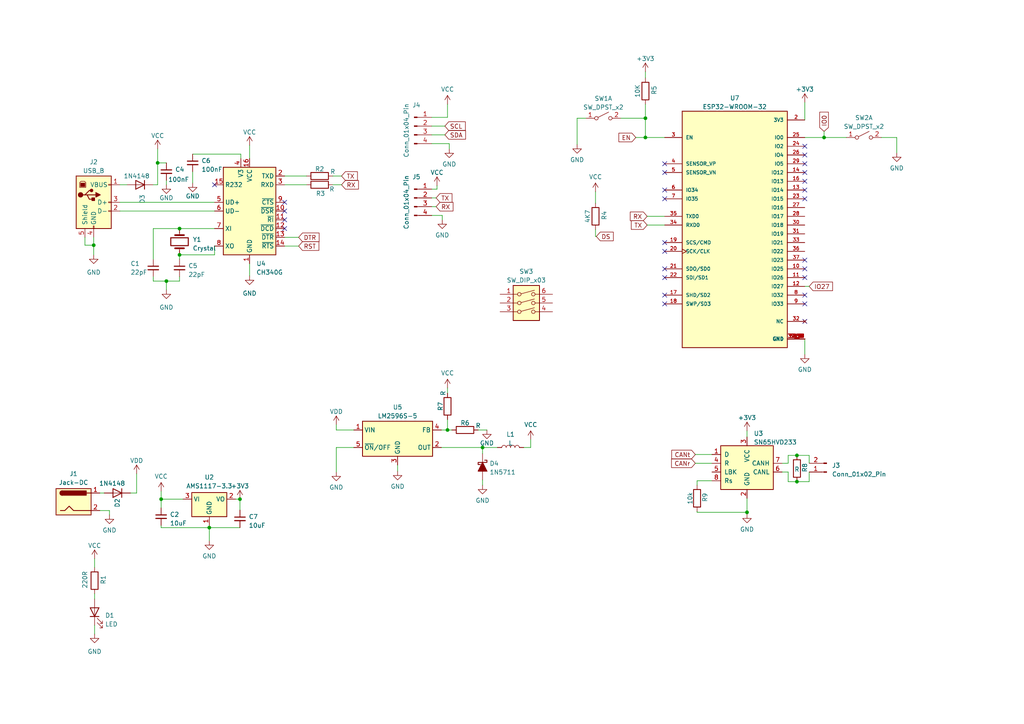
<source format=kicad_sch>
(kicad_sch (version 20230121) (generator eeschema)
  (paper "A4")
  (lib_symbols
    (symbol "Connector:Conn_01x02_Pin" (pin_names (offset 1.016) hide)
      (property "Reference" "J" (at 0 2.54 0))
      (property "Value" "Conn_01x02_Pin" (at 0 -5.08 0))
      (symbol "Conn_01x02_Pin_1_1"
        (polyline (pts (xy 1.27 -2.54) (xy 0.8636 -2.54)) (stroke (width 0.1524)))
        (polyline (pts (xy 1.27 0) (xy 0.8636 0)) (stroke (width 0.1524)))
        (rectangle (start 0.8636 -2.413) (end 0 -2.667) (stroke (width 0.1524)) (fill (type outline)))
        (rectangle (start 0.8636 0.127) (end 0 -0.127) (stroke (width 0.1524)) (fill (type outline)))
        (pin passive line (at 5.08 0 180) (length 3.81) (name "Pin_1") (number "1"))
        (pin passive line (at 5.08 -2.54 180) (length 3.81) (name "Pin_2") (number "2"))
      )
    )
    (symbol "Connector:Conn_01x04_Pin" (pin_names (offset 1.016) hide)
      (property "Reference" "J" (at 0 5.08 0))
      (property "Value" "Conn_01x04_Pin" (at 0 -7.62 0))
      (symbol "Conn_01x04_Pin_1_1"
        (polyline (pts (xy 1.27 -5.08) (xy 0.8636 -5.08)) (stroke (width 0.1524)))
        (polyline (pts (xy 1.27 -2.54) (xy 0.8636 -2.54)) (stroke (width 0.1524)))
        (polyline (pts (xy 1.27 0) (xy 0.8636 0)) (stroke (width 0.1524)))
        (polyline (pts (xy 1.27 2.54) (xy 0.8636 2.54)) (stroke (width 0.1524)))
        (rectangle (start 0.8636 -4.953) (end 0 -5.207) (stroke (width 0.1524)) (fill (type outline)))
        (rectangle (start 0.8636 -2.413) (end 0 -2.667) (stroke (width 0.1524)) (fill (type outline)))
        (rectangle (start 0.8636 0.127) (end 0 -0.127) (stroke (width 0.1524)) (fill (type outline)))
        (rectangle (start 0.8636 2.667) (end 0 2.413) (stroke (width 0.1524)) (fill (type outline)))
        (pin passive line (at 5.08 2.54 180) (length 3.81) (name "Pin_1") (number "1"))
        (pin passive line (at 5.08 0 180) (length 3.81) (name "Pin_2") (number "2"))
        (pin passive line (at 5.08 -2.54 180) (length 3.81) (name "Pin_3") (number "3"))
        (pin passive line (at 5.08 -5.08 180) (length 3.81) (name "Pin_4") (number "4"))
      )
    )
    (symbol "Connector:Jack-DC" (pin_names (offset 1.016))
      (property "Reference" "J" (at 0 5.334 0))
      (property "Value" "Jack-DC" (at 0 -5.08 0))
      (symbol "Jack-DC_0_1"
        (rectangle (start -5.08 3.81) (end 5.08 -3.81) (stroke (width 0.254)) (fill (type background)))
        (arc (start -3.302 3.175) (mid -3.9343 2.54) (end -3.302 1.905) (stroke (width 0.254)))
        (arc (start -3.302 3.175) (mid -3.9343 2.54) (end -3.302 1.905) (stroke (width 0.254)) (fill (type outline)))
        (polyline (pts (xy 5.08 2.54) (xy 3.81 2.54)) (stroke (width 0.254)))
        (polyline (pts (xy -3.81 -2.54) (xy -2.54 -2.54) (xy -1.27 -1.27) (xy 0 -2.54) (xy 2.54 -2.54) (xy 5.08 -2.54)) (stroke (width 0.254)))
        (rectangle (start 3.683 3.175) (end -3.302 1.905) (stroke (width 0.254)) (fill (type outline)))
      )
      (symbol "Jack-DC_1_1"
        (pin passive line (at 7.62 2.54 180) (length 2.54) (name "~") (number "1"))
        (pin passive line (at 7.62 -2.54 180) (length 2.54) (name "~") (number "2"))
      )
    )
    (symbol "Connector:USB_B" (pin_names (offset 1.016))
      (property "Reference" "J" (at -5.08 11.43 0))
      (property "Value" "USB_B" (at -5.08 8.89 0))
      (symbol "USB_B_0_1"
        (rectangle (start -5.08 -7.62) (end 5.08 7.62) (stroke (width 0.254)) (fill (type background)))
        (circle (center -3.81 2.159) (radius 0.635) (stroke (width 0.254)) (fill (type outline)))
        (rectangle (start -3.81 5.588) (end -2.54 4.572) (fill (type outline)))
        (circle (center -0.635 3.429) (radius 0.381) (stroke (width 0.254)) (fill (type outline)))
        (rectangle (start -0.127 -7.62) (end 0.127 -6.858))
        (polyline (pts (xy -1.905 2.159) (xy 0.635 2.159)) (stroke (width 0.254)))
        (polyline (pts (xy -3.175 2.159) (xy -2.54 2.159) (xy -1.27 3.429) (xy -0.635 3.429)) (stroke (width 0.254)))
        (polyline (pts (xy -2.54 2.159) (xy -1.905 2.159) (xy -1.27 0.889) (xy 0 0.889)) (stroke (width 0.254)))
        (polyline (pts (xy 0.635 2.794) (xy 0.635 1.524) (xy 1.905 2.159) (xy 0.635 2.794)) (stroke (width 0.254)) (fill (type outline)))
        (polyline (pts (xy -4.064 4.318) (xy -2.286 4.318) (xy -2.286 5.715) (xy -2.667 6.096) (xy -3.683 6.096) (xy -4.064 5.715) (xy -4.064 4.318)))
        (rectangle (start 0.254 1.27) (end -0.508 0.508) (stroke (width 0.254)) (fill (type outline)))
        (rectangle (start 5.08 -2.667) (end 4.318 -2.413))
        (rectangle (start 5.08 -0.127) (end 4.318 0.127))
        (rectangle (start 5.08 4.953) (end 4.318 5.207))
      )
      (symbol "USB_B_1_1"
        (pin power_out line (at 7.62 5.08 180) (length 2.54) (name "VBUS") (number "1"))
        (pin bidirectional line (at 7.62 -2.54 180) (length 2.54) (name "D-") (number "2"))
        (pin bidirectional line (at 7.62 0 180) (length 2.54) (name "D+") (number "3"))
        (pin power_out line (at 0 -10.16 90) (length 2.54) (name "GND") (number "4"))
        (pin passive line (at -2.54 -10.16 90) (length 2.54) (name "Shield") (number "5"))
      )
    )
    (symbol "Device:C_Small" (pin_numbers hide) (pin_names (offset 0.254) hide)
      (property "Reference" "C" (at 0.254 1.778 0))
      (property "Value" "C_Small" (at 0.254 -2.032 0))
      (symbol "C_Small_0_1"
        (polyline (pts (xy -1.524 -0.508) (xy 1.524 -0.508)) (stroke (width 0.3302)))
        (polyline (pts (xy -1.524 0.508) (xy 1.524 0.508)) (stroke (width 0.3048)))
      )
      (symbol "C_Small_1_1"
        (pin passive line (at 0 2.54 270) (length 2.032) (name "~") (number "1"))
        (pin passive line (at 0 -2.54 90) (length 2.032) (name "~") (number "2"))
      )
    )
    (symbol "Device:Crystal" (pin_numbers hide) (pin_names (offset 1.016) hide)
      (property "Reference" "Y" (at 0 3.81 0))
      (property "Value" "Crystal" (at 0 -3.81 0))
      (symbol "Crystal_0_1"
        (rectangle (start -1.143 2.54) (end 1.143 -2.54) (stroke (width 0.3048)))
        (polyline (pts (xy -2.54 0) (xy -1.905 0)))
        (polyline (pts (xy -1.905 -1.27) (xy -1.905 1.27)) (stroke (width 0.508)))
        (polyline (pts (xy 1.905 -1.27) (xy 1.905 1.27)) (stroke (width 0.508)))
        (polyline (pts (xy 2.54 0) (xy 1.905 0)))
      )
      (symbol "Crystal_1_1"
        (pin passive line (at -3.81 0 0) (length 1.27) (name "1") (number "1"))
        (pin passive line (at 3.81 0 180) (length 1.27) (name "2") (number "2"))
      )
    )
    (symbol "Device:L" (pin_numbers hide) (pin_names (offset 1.016) hide)
      (property "Reference" "L" (at -1.27 0 90))
      (property "Value" "L" (at 1.905 0 90))
      (symbol "L_0_1"
        (arc (start 0 -2.54) (mid 0.6323 -1.905) (end 0 -1.27))
        (arc (start 0 -1.27) (mid 0.6323 -0.635) (end 0 0))
        (arc (start 0 0) (mid 0.6323 0.635) (end 0 1.27))
        (arc (start 0 1.27) (mid 0.6323 1.905) (end 0 2.54))
      )
      (symbol "L_1_1"
        (pin passive line (at 0 3.81 270) (length 1.27) (name "1") (number "1"))
        (pin passive line (at 0 -3.81 90) (length 1.27) (name "2") (number "2"))
      )
    )
    (symbol "Device:LED" (pin_numbers hide) (pin_names (offset 1.016) hide)
      (property "Reference" "D" (at 0 2.54 0))
      (property "Value" "LED" (at 0 -2.54 0))
      (symbol "LED_0_1"
        (polyline (pts (xy -1.27 -1.27) (xy -1.27 1.27)) (stroke (width 0.254)))
        (polyline (pts (xy -1.27 0) (xy 1.27 0)))
        (polyline (pts (xy 1.27 -1.27) (xy 1.27 1.27) (xy -1.27 0) (xy 1.27 -1.27)) (stroke (width 0.254)))
        (polyline (pts (xy -3.048 -0.762) (xy -4.572 -2.286) (xy -3.81 -2.286) (xy -4.572 -2.286) (xy -4.572 -1.524)))
        (polyline (pts (xy -1.778 -0.762) (xy -3.302 -2.286) (xy -2.54 -2.286) (xy -3.302 -2.286) (xy -3.302 -1.524)))
      )
      (symbol "LED_1_1"
        (pin passive line (at -3.81 0 0) (length 2.54) (name "K") (number "1"))
        (pin passive line (at 3.81 0 180) (length 2.54) (name "A") (number "2"))
      )
    )
    (symbol "Device:R" (pin_numbers hide) (pin_names (offset 0))
      (property "Reference" "R" (at 2.032 0 90))
      (property "Value" "R" (at 0 0 90))
      (symbol "R_0_1"
        (rectangle (start -1.016 -2.54) (end 1.016 2.54) (stroke (width 0.254)))
      )
      (symbol "R_1_1"
        (pin passive line (at 0 3.81 270) (length 1.27) (name "~") (number "1"))
        (pin passive line (at 0 -3.81 90) (length 1.27) (name "~") (number "2"))
      )
    )
    (symbol "Diode:1N4148" (pin_numbers hide) (pin_names hide)
      (property "Reference" "D" (at 0 2.54 0))
      (property "Value" "1N4148" (at 0 -2.54 0))
      (symbol "1N4148_0_1"
        (polyline (pts (xy -1.27 1.27) (xy -1.27 -1.27)) (stroke (width 0.254)))
        (polyline (pts (xy 1.27 0) (xy -1.27 0)))
        (polyline (pts (xy 1.27 1.27) (xy 1.27 -1.27) (xy -1.27 0) (xy 1.27 1.27)) (stroke (width 0.254)))
      )
      (symbol "1N4148_1_1"
        (pin passive line (at -3.81 0 0) (length 2.54) (name "K") (number "1"))
        (pin passive line (at 3.81 0 180) (length 2.54) (name "A") (number "2"))
      )
    )
    (symbol "ESP32-WROOM-32:ESP32-WROOM-32" (pin_names (offset 1.016))
      (property "Reference" "U" (at -15.0359 36.6745 0))
      (property "Value" "ESP32-WROOM-32" (at -15.2867 -35.6681 0))
      (symbol "ESP32-WROOM-32_0_0"
        (rectangle (start -15.24 -33.02) (end 15.24 35.56) (stroke (width 0.254)) (fill (type background)))
        (pin power_in line (at 20.32 -30.48 180) (length 5.08) (name "GND") (number "1"))
        (pin bidirectional line (at 20.32 -10.16 180) (length 5.08) (name "IO25") (number "10"))
        (pin bidirectional line (at 20.32 -12.7 180) (length 5.08) (name "IO26") (number "11"))
        (pin bidirectional line (at 20.32 -15.24 180) (length 5.08) (name "IO27") (number "12"))
        (pin bidirectional line (at 20.32 12.7 180) (length 5.08) (name "IO14") (number "13"))
        (pin bidirectional line (at 20.32 17.78 180) (length 5.08) (name "IO12") (number "14"))
        (pin power_in line (at 20.32 -30.48 180) (length 5.08) (name "GND") (number "15"))
        (pin bidirectional line (at 20.32 15.24 180) (length 5.08) (name "IO13") (number "16"))
        (pin bidirectional line (at -20.32 -17.78 0) (length 5.08) (name "SHD/SD2") (number "17"))
        (pin bidirectional line (at -20.32 -20.32 0) (length 5.08) (name "SWP/SD3") (number "18"))
        (pin bidirectional line (at -20.32 -2.54 0) (length 5.08) (name "SCS/CMD") (number "19"))
        (pin power_in line (at 20.32 33.02 180) (length 5.08) (name "3V3") (number "2"))
        (pin bidirectional clock (at -20.32 -5.08 0) (length 5.08) (name "SCK/CLK") (number "20"))
        (pin bidirectional line (at -20.32 -10.16 0) (length 5.08) (name "SDO/SD0") (number "21"))
        (pin bidirectional line (at -20.32 -12.7 0) (length 5.08) (name "SDI/SD1") (number "22"))
        (pin bidirectional line (at 20.32 10.16 180) (length 5.08) (name "IO15") (number "23"))
        (pin bidirectional line (at 20.32 25.4 180) (length 5.08) (name "IO2") (number "24"))
        (pin bidirectional line (at 20.32 27.94 180) (length 5.08) (name "IO0") (number "25"))
        (pin bidirectional line (at 20.32 22.86 180) (length 5.08) (name "IO4") (number "26"))
        (pin bidirectional line (at 20.32 7.62 180) (length 5.08) (name "IO16") (number "27"))
        (pin bidirectional line (at 20.32 5.08 180) (length 5.08) (name "IO17") (number "28"))
        (pin bidirectional line (at 20.32 20.32 180) (length 5.08) (name "IO5") (number "29"))
        (pin input line (at -20.32 27.94 0) (length 5.08) (name "EN") (number "3"))
        (pin bidirectional line (at 20.32 2.54 180) (length 5.08) (name "IO18") (number "30"))
        (pin bidirectional line (at 20.32 0 180) (length 5.08) (name "IO19") (number "31"))
        (pin no_connect line (at 20.32 -25.4 180) (length 5.08) (name "NC") (number "32"))
        (pin bidirectional line (at 20.32 -2.54 180) (length 5.08) (name "IO21") (number "33"))
        (pin bidirectional line (at -20.32 2.54 0) (length 5.08) (name "RXD0") (number "34"))
        (pin bidirectional line (at -20.32 5.08 0) (length 5.08) (name "TXD0") (number "35"))
        (pin bidirectional line (at 20.32 -5.08 180) (length 5.08) (name "IO22") (number "36"))
        (pin bidirectional line (at 20.32 -7.62 180) (length 5.08) (name "IO23") (number "37"))
        (pin power_in line (at 20.32 -30.48 180) (length 5.08) (name "GND") (number "38"))
        (pin power_in line (at 20.32 -30.48 180) (length 5.08) (name "GND") (number "39_1"))
        (pin power_in line (at 20.32 -30.48 180) (length 5.08) (name "GND") (number "39_10"))
        (pin power_in line (at 20.32 -30.48 180) (length 5.08) (name "GND") (number "39_11"))
        (pin power_in line (at 20.32 -30.48 180) (length 5.08) (name "GND") (number "39_12"))
        (pin power_in line (at 20.32 -30.48 180) (length 5.08) (name "GND") (number "39_13"))
        (pin power_in line (at 20.32 -30.48 180) (length 5.08) (name "GND") (number "39_14"))
        (pin power_in line (at 20.32 -30.48 180) (length 5.08) (name "GND") (number "39_15"))
        (pin power_in line (at 20.32 -30.48 180) (length 5.08) (name "GND") (number "39_16"))
        (pin power_in line (at 20.32 -30.48 180) (length 5.08) (name "GND") (number "39_17"))
        (pin power_in line (at 20.32 -30.48 180) (length 5.08) (name "GND") (number "39_18"))
        (pin power_in line (at 20.32 -30.48 180) (length 5.08) (name "GND") (number "39_19"))
        (pin power_in line (at 20.32 -30.48 180) (length 5.08) (name "GND") (number "39_2"))
        (pin power_in line (at 20.32 -30.48 180) (length 5.08) (name "GND") (number "39_20"))
        (pin power_in line (at 20.32 -30.48 180) (length 5.08) (name "GND") (number "39_21"))
        (pin power_in line (at 20.32 -30.48 180) (length 5.08) (name "GND") (number "39_3"))
        (pin power_in line (at 20.32 -30.48 180) (length 5.08) (name "GND") (number "39_4"))
        (pin power_in line (at 20.32 -30.48 180) (length 5.08) (name "GND") (number "39_5"))
        (pin power_in line (at 20.32 -30.48 180) (length 5.08) (name "GND") (number "39_6"))
        (pin power_in line (at 20.32 -30.48 180) (length 5.08) (name "GND") (number "39_7"))
        (pin power_in line (at 20.32 -30.48 180) (length 5.08) (name "GND") (number "39_8"))
        (pin power_in line (at 20.32 -30.48 180) (length 5.08) (name "GND") (number "39_9"))
        (pin input line (at -20.32 20.32 0) (length 5.08) (name "SENSOR_VP") (number "4"))
        (pin input line (at -20.32 17.78 0) (length 5.08) (name "SENSOR_VN") (number "5"))
        (pin input line (at -20.32 12.7 0) (length 5.08) (name "IO34") (number "6"))
        (pin input line (at -20.32 10.16 0) (length 5.08) (name "IO35") (number "7"))
        (pin bidirectional line (at 20.32 -17.78 180) (length 5.08) (name "IO32") (number "8"))
        (pin bidirectional line (at 20.32 -20.32 180) (length 5.08) (name "IO33") (number "9"))
      )
    )
    (symbol "Interface_CAN_LIN:SN65HVD233" (pin_names (offset 1.016))
      (property "Reference" "U" (at -2.54 10.16 0))
      (property "Value" "SN65HVD233" (at -2.54 7.62 0))
      (symbol "SN65HVD233_0_1"
        (rectangle (start -7.62 5.08) (end 7.62 -7.62) (stroke (width 0.254)) (fill (type background)))
      )
      (symbol "SN65HVD233_1_1"
        (pin input line (at -10.16 2.54 0) (length 2.54) (name "D") (number "1"))
        (pin power_in line (at 0 -10.16 90) (length 2.54) (name "GND") (number "2"))
        (pin power_in line (at 0 7.62 270) (length 2.54) (name "VCC") (number "3"))
        (pin output line (at -10.16 0 0) (length 2.54) (name "R") (number "4"))
        (pin input line (at -10.16 -2.54 0) (length 2.54) (name "LBK") (number "5"))
        (pin bidirectional line (at 10.16 -2.54 180) (length 2.54) (name "CANL") (number "6"))
        (pin bidirectional line (at 10.16 0 180) (length 2.54) (name "CANH") (number "7"))
        (pin input line (at -10.16 -5.08 0) (length 2.54) (name "Rs") (number "8"))
      )
    )
    (symbol "Interface_USB:CH340G"
      (property "Reference" "U" (at -5.08 13.97 0))
      (property "Value" "CH340G" (at 1.27 13.97 0))
      (symbol "CH340G_0_1"
        (rectangle (start -7.62 12.7) (end 7.62 -12.7) (stroke (width 0.254)) (fill (type background)))
      )
      (symbol "CH340G_1_1"
        (pin power_in line (at 0 -15.24 90) (length 2.54) (name "GND") (number "1"))
        (pin input line (at 10.16 0 180) (length 2.54) (name "~{DSR}") (number "10"))
        (pin input line (at 10.16 -2.54 180) (length 2.54) (name "~{RI}") (number "11"))
        (pin input line (at 10.16 -5.08 180) (length 2.54) (name "~{DCD}") (number "12"))
        (pin output line (at 10.16 -7.62 180) (length 2.54) (name "~{DTR}") (number "13"))
        (pin output line (at 10.16 -10.16 180) (length 2.54) (name "~{RTS}") (number "14"))
        (pin input line (at -10.16 7.62 0) (length 2.54) (name "R232") (number "15"))
        (pin power_in line (at 0 15.24 270) (length 2.54) (name "VCC") (number "16"))
        (pin output line (at 10.16 10.16 180) (length 2.54) (name "TXD") (number "2"))
        (pin input line (at 10.16 7.62 180) (length 2.54) (name "RXD") (number "3"))
        (pin passive line (at -2.54 15.24 270) (length 2.54) (name "V3") (number "4"))
        (pin bidirectional line (at -10.16 2.54 0) (length 2.54) (name "UD+") (number "5"))
        (pin bidirectional line (at -10.16 0 0) (length 2.54) (name "UD-") (number "6"))
        (pin input line (at -10.16 -5.08 0) (length 2.54) (name "XI") (number "7"))
        (pin output line (at -10.16 -10.16 0) (length 2.54) (name "XO") (number "8"))
        (pin input line (at 10.16 2.54 180) (length 2.54) (name "~{CTS}") (number "9"))
      )
    )
    (symbol "PCM_Diode_Schottky_AKL:1N5711" (pin_numbers hide) (pin_names (offset 1.016) hide)
      (property "Reference" "D" (at 0 5.08 0))
      (property "Value" "1N5711" (at 0 2.54 0))
      (symbol "1N5711_0_1"
        (polyline (pts (xy -1.27 0) (xy 1.27 0)))
        (polyline (pts (xy -1.27 -1.27) (xy -1.27 1.27) (xy 1.27 0) (xy -1.27 -1.27)) (stroke (width 0.254)) (fill (type outline)))
        (polyline (pts (xy 1.905 -0.635) (xy 1.905 -1.27) (xy 1.27 -1.27) (xy 1.27 1.27) (xy 0.635 1.27) (xy 0.635 0.635)) (stroke (width 0.254)))
      )
      (symbol "1N5711_1_1"
        (pin passive line (at 3.81 0 180) (length 2.54) (name "K") (number "1"))
        (pin passive line (at -3.81 0 0) (length 2.54) (name "A") (number "2"))
      )
    )
    (symbol "Regulator_Linear:AMS1117-3.3"
      (property "Reference" "U" (at -3.81 3.175 0))
      (property "Value" "AMS1117-3.3" (at 0 3.175 0))
      (symbol "AMS1117-3.3_0_1"
        (rectangle (start -5.08 -5.08) (end 5.08 1.905) (stroke (width 0.254)) (fill (type background)))
      )
      (symbol "AMS1117-3.3_1_1"
        (pin power_in line (at 0 -7.62 90) (length 2.54) (name "GND") (number "1"))
        (pin power_out line (at 7.62 0 180) (length 2.54) (name "VO") (number "2"))
        (pin power_in line (at -7.62 0 0) (length 2.54) (name "VI") (number "3"))
      )
    )
    (symbol "Regulator_Switching:LM2596S-5"
      (property "Reference" "U" (at -10.16 6.35 0))
      (property "Value" "LM2596S-5" (at 0 6.35 0))
      (symbol "LM2596S-5_0_1"
        (rectangle (start -10.16 5.08) (end 10.16 -5.08) (stroke (width 0.254)) (fill (type background)))
      )
      (symbol "LM2596S-5_1_1"
        (pin power_in line (at -12.7 2.54 0) (length 2.54) (name "VIN") (number "1"))
        (pin output line (at 12.7 -2.54 180) (length 2.54) (name "OUT") (number "2"))
        (pin power_in line (at 0 -7.62 90) (length 2.54) (name "GND") (number "3"))
        (pin input line (at 12.7 2.54 180) (length 2.54) (name "FB") (number "4"))
        (pin input line (at -12.7 -2.54 0) (length 2.54) (name "~{ON}/OFF") (number "5"))
      )
    )
    (symbol "Switch:SW_DIP_x03" (pin_names (offset 0) hide)
      (property "Reference" "SW" (at 0 8.89 0))
      (property "Value" "SW_DIP_x03" (at 0 -3.81 0))
      (symbol "SW_DIP_x03_0_0"
        (circle (center -2.032 0) (radius 0.508))
        (circle (center -2.032 2.54) (radius 0.508))
        (circle (center -2.032 5.08) (radius 0.508))
        (polyline (pts (xy -1.524 0.127) (xy 2.3622 1.1684)))
        (polyline (pts (xy -1.524 2.667) (xy 2.3622 3.7084)))
        (polyline (pts (xy -1.524 5.207) (xy 2.3622 6.2484)))
        (circle (center 2.032 0) (radius 0.508))
        (circle (center 2.032 2.54) (radius 0.508))
        (circle (center 2.032 5.08) (radius 0.508))
      )
      (symbol "SW_DIP_x03_0_1"
        (rectangle (start -3.81 7.62) (end 3.81 -2.54) (stroke (width 0.254)) (fill (type background)))
      )
      (symbol "SW_DIP_x03_1_1"
        (pin passive line (at -7.62 5.08 0) (length 5.08) (name "~") (number "1"))
        (pin passive line (at -7.62 2.54 0) (length 5.08) (name "~") (number "2"))
        (pin passive line (at -7.62 0 0) (length 5.08) (name "~") (number "3"))
        (pin passive line (at 7.62 0 180) (length 5.08) (name "~") (number "4"))
        (pin passive line (at 7.62 2.54 180) (length 5.08) (name "~") (number "5"))
        (pin passive line (at 7.62 5.08 180) (length 5.08) (name "~") (number "6"))
      )
    )
    (symbol "Switch:SW_DPST_x2" (pin_names (offset 0) hide)
      (property "Reference" "SW" (at 0 3.175 0))
      (property "Value" "SW_DPST_x2" (at 0 -2.54 0))
      (symbol "SW_DPST_x2_0_0"
        (circle (center -2.032 0) (radius 0.508))
        (polyline (pts (xy -1.524 0.254) (xy 1.524 1.778)))
        (circle (center 2.032 0) (radius 0.508))
      )
      (symbol "SW_DPST_x2_1_1"
        (pin passive line (at -5.08 0 0) (length 2.54) (name "A") (number "1"))
        (pin passive line (at 5.08 0 180) (length 2.54) (name "B") (number "2"))
      )
      (symbol "SW_DPST_x2_2_1"
        (pin passive line (at -5.08 0 0) (length 2.54) (name "A") (number "3"))
        (pin passive line (at 5.08 0 180) (length 2.54) (name "B") (number "4"))
      )
    )
    (symbol "power:+3V3" (power) (pin_names (offset 0))
      (property "Value" "+3V3" (at 0 3.556 0))
      (symbol "+3V3_0_1"
        (polyline (pts (xy -0.762 1.27) (xy 0 2.54)))
        (polyline (pts (xy 0 0) (xy 0 2.54)))
        (polyline (pts (xy 0 2.54) (xy 0.762 1.27)))
      )
      (symbol "+3V3_1_1"
        (pin power_in line (at 0 0 90) (length 0) hide (name "+3V3") (number "1"))
      )
    )
    (symbol "power:GND" (power) (pin_names (offset 0))
      (property "Value" "GND" (at 0 -3.81 0))
      (symbol "GND_0_1"
        (polyline (pts (xy 0 0) (xy 0 -1.27) (xy 1.27 -1.27) (xy 0 -2.54) (xy -1.27 -1.27) (xy 0 -1.27)))
      )
      (symbol "GND_1_1"
        (pin power_in line (at 0 0 270) (length 0) hide (name "GND") (number "1"))
      )
    )
    (symbol "power:VCC" (power) (pin_names (offset 0))
      (property "Value" "VCC" (at 0 3.81 0))
      (symbol "VCC_0_1"
        (polyline (pts (xy -0.762 1.27) (xy 0 2.54)))
        (polyline (pts (xy 0 0) (xy 0 2.54)))
        (polyline (pts (xy 0 2.54) (xy 0.762 1.27)))
      )
      (symbol "VCC_1_1"
        (pin power_in line (at 0 0 90) (length 0) hide (name "VCC") (number "1"))
      )
    )
    (symbol "power:VDD" (power) (pin_names (offset 0))
      (property "Value" "VDD" (at 0 3.81 0))
      (symbol "VDD_0_1"
        (polyline (pts (xy -0.762 1.27) (xy 0 2.54)))
        (polyline (pts (xy 0 0) (xy 0 2.54)))
        (polyline (pts (xy 0 2.54) (xy 0.762 1.27)))
      )
      (symbol "VDD_1_1"
        (pin power_in line (at 0 0 90) (length 0) hide (name "VDD") (number "1"))
      )
    )
  )
  (junction (at 139.954 129.794))
  (junction (at 48.26 81.534))
  (junction (at 46.736 144.78))
  (junction (at 27.178 71.12))
  (junction (at 216.662 148.59))
  (junction (at 45.72 47.244))
  (junction (at 69.596 144.78))
  (junction (at 187.198 34.29))
  (junction (at 129.794 124.714))
  (junction (at 231.14 132.08))
  (junction (at 231.14 139.7))
  (junction (at 52.07 66.294))
  (junction (at 52.07 73.914))
  (junction (at 60.706 153.035))
  (junction (at 187.198 39.878))
  (junction (at 239.014 39.878))
  (no_connect (at 233.426 88.138))
  (no_connect (at 233.426 80.518))
  (no_connect (at 192.786 50.038))
  (no_connect (at 233.426 52.578))
  (no_connect (at 233.426 85.598))
  (no_connect (at 192.786 70.358))
  (no_connect (at 192.786 47.498))
  (no_connect (at 233.426 47.498))
  (no_connect (at 192.786 57.658))
  (no_connect (at 62.23 53.594))
  (no_connect (at 192.786 88.138))
  (no_connect (at 233.426 57.658))
  (no_connect (at 82.55 63.754))
  (no_connect (at 233.426 50.038))
  (no_connect (at 82.55 58.674))
  (no_connect (at 192.786 55.118))
  (no_connect (at 192.786 80.518))
  (no_connect (at 233.426 44.958))
  (no_connect (at 192.786 72.898))
  (no_connect (at 192.786 77.978))
  (no_connect (at 192.786 85.598))
  (no_connect (at 82.55 61.214))
  (no_connect (at 233.426 77.978))
  (no_connect (at 233.426 55.118))
  (no_connect (at 233.426 93.218))
  (no_connect (at 82.55 66.294))
  (no_connect (at 233.426 42.418))
  (no_connect (at 233.426 75.438))
  (wire (pts (xy 34.798 61.214) (xy 62.23 61.214)))
  (wire (pts (xy 24.638 68.834) (xy 24.638 71.12)))
  (wire (pts (xy 187.198 20.828) (xy 187.198 22.606)))
  (wire (pts (xy 31.75 148.082) (xy 28.956 148.082)))
  (wire (pts (xy 82.55 68.834) (xy 86.614 68.834)))
  (wire (pts (xy 125.222 59.944) (xy 126.492 59.944)))
  (wire (pts (xy 129.794 121.666) (xy 129.794 124.714)))
  (wire (pts (xy 55.88 44.704) (xy 69.85 44.704)))
  (wire (pts (xy 69.85 44.704) (xy 69.85 45.974)))
  (wire (pts (xy 216.662 144.526) (xy 216.662 148.59)))
  (wire (pts (xy 153.924 129.794) (xy 151.892 129.794)))
  (wire (pts (xy 187.706 65.278) (xy 192.786 65.278)))
  (wire (pts (xy 226.822 136.906) (xy 228.6 136.906)))
  (wire (pts (xy 69.596 144.78) (xy 69.596 147.955)))
  (wire (pts (xy 129.794 34.036) (xy 125.222 34.036)))
  (wire (pts (xy 44.45 53.594) (xy 45.72 53.594)))
  (wire (pts (xy 45.72 53.594) (xy 45.72 47.244)))
  (wire (pts (xy 255.651 39.878) (xy 260.096 39.878)))
  (wire (pts (xy 167.386 34.29) (xy 169.926 34.29)))
  (wire (pts (xy 202.184 148.336) (xy 202.184 148.59)))
  (wire (pts (xy 233.426 39.878) (xy 239.014 39.878)))
  (wire (pts (xy 45.72 47.244) (xy 48.26 47.244)))
  (wire (pts (xy 187.198 30.226) (xy 187.198 34.29)))
  (wire (pts (xy 234.696 139.7) (xy 231.14 139.7)))
  (wire (pts (xy 27.178 71.12) (xy 27.178 73.914)))
  (wire (pts (xy 46.736 153.035) (xy 46.736 152.4)))
  (wire (pts (xy 72.39 42.164) (xy 72.39 45.974)))
  (wire (pts (xy 228.6 134.366) (xy 228.6 132.08)))
  (wire (pts (xy 48.26 81.534) (xy 44.45 81.534)))
  (wire (pts (xy 44.45 75.184) (xy 44.45 66.294)))
  (wire (pts (xy 44.45 81.534) (xy 44.45 80.264)))
  (wire (pts (xy 44.45 66.294) (xy 52.07 66.294)))
  (wire (pts (xy 27.432 162.052) (xy 27.432 164.592)))
  (wire (pts (xy 52.07 73.914) (xy 62.23 73.914)))
  (wire (pts (xy 48.26 81.534) (xy 48.26 84.074)))
  (wire (pts (xy 97.536 136.906) (xy 97.536 129.794)))
  (wire (pts (xy 24.638 71.12) (xy 27.178 71.12)))
  (wire (pts (xy 231.14 132.08) (xy 234.696 132.08)))
  (wire (pts (xy 52.07 73.914) (xy 52.07 75.184)))
  (wire (pts (xy 239.014 39.878) (xy 245.491 39.878)))
  (wire (pts (xy 34.798 53.594) (xy 36.83 53.594)))
  (wire (pts (xy 184.404 39.878) (xy 187.198 39.878)))
  (wire (pts (xy 180.086 34.29) (xy 187.198 34.29)))
  (wire (pts (xy 126.746 53.848) (xy 126.746 54.864)))
  (wire (pts (xy 172.974 68.58) (xy 172.72 68.58)))
  (wire (pts (xy 82.55 51.054) (xy 88.9 51.054)))
  (wire (pts (xy 39.624 137.414) (xy 39.624 143.002)))
  (wire (pts (xy 187.198 34.29) (xy 187.198 39.878)))
  (wire (pts (xy 129.794 124.714) (xy 128.016 124.714)))
  (wire (pts (xy 46.736 147.32) (xy 46.736 144.78)))
  (wire (pts (xy 172.72 68.58) (xy 172.72 66.548)))
  (wire (pts (xy 233.426 83.058) (xy 234.696 83.058)))
  (wire (pts (xy 46.736 142.494) (xy 46.736 144.78)))
  (wire (pts (xy 97.536 129.794) (xy 102.616 129.794)))
  (wire (pts (xy 233.426 29.718) (xy 233.426 34.798)))
  (wire (pts (xy 260.096 39.878) (xy 260.096 44.323)))
  (wire (pts (xy 167.386 41.91) (xy 167.386 34.29)))
  (wire (pts (xy 52.07 80.264) (xy 52.07 81.534)))
  (wire (pts (xy 96.52 53.594) (xy 99.06 53.594)))
  (wire (pts (xy 126.746 54.864) (xy 125.222 54.864)))
  (wire (pts (xy 60.706 152.4) (xy 60.706 153.035)))
  (wire (pts (xy 139.954 129.794) (xy 128.016 129.794)))
  (wire (pts (xy 52.07 66.294) (xy 62.23 66.294)))
  (wire (pts (xy 34.798 58.674) (xy 62.23 58.674)))
  (wire (pts (xy 72.39 76.454) (xy 72.39 80.01)))
  (wire (pts (xy 138.684 124.714) (xy 141.224 124.714)))
  (wire (pts (xy 115.316 134.874) (xy 115.316 136.652)))
  (wire (pts (xy 82.55 53.594) (xy 88.9 53.594)))
  (wire (pts (xy 128.27 63.754) (xy 128.27 62.484)))
  (wire (pts (xy 31.75 149.352) (xy 31.75 148.082)))
  (wire (pts (xy 68.326 144.78) (xy 69.596 144.78)))
  (wire (pts (xy 202.184 140.716) (xy 202.184 139.446)))
  (wire (pts (xy 172.72 55.626) (xy 172.72 58.928)))
  (wire (pts (xy 97.536 124.714) (xy 102.616 124.714)))
  (wire (pts (xy 37.846 143.002) (xy 39.624 143.002)))
  (wire (pts (xy 129.794 112.522) (xy 129.794 114.046)))
  (wire (pts (xy 129.794 30.226) (xy 129.794 34.036)))
  (wire (pts (xy 60.706 153.035) (xy 60.706 156.845)))
  (wire (pts (xy 226.822 134.366) (xy 228.6 134.366)))
  (wire (pts (xy 216.662 148.59) (xy 216.662 149.098)))
  (wire (pts (xy 28.956 143.002) (xy 30.226 143.002)))
  (wire (pts (xy 52.07 81.534) (xy 48.26 81.534)))
  (wire (pts (xy 202.184 148.59) (xy 216.662 148.59)))
  (wire (pts (xy 216.662 124.968) (xy 216.662 126.746)))
  (wire (pts (xy 97.536 123.19) (xy 97.536 124.714)))
  (wire (pts (xy 69.596 153.035) (xy 60.706 153.035)))
  (wire (pts (xy 45.72 47.244) (xy 45.72 43.18)))
  (wire (pts (xy 139.954 139.192) (xy 139.954 140.716)))
  (wire (pts (xy 139.954 131.572) (xy 139.954 129.794)))
  (wire (pts (xy 125.222 57.404) (xy 126.492 57.404)))
  (wire (pts (xy 202.184 139.446) (xy 206.502 139.446)))
  (wire (pts (xy 125.222 39.116) (xy 129.032 39.116)))
  (wire (pts (xy 153.924 127.508) (xy 153.924 129.794)))
  (wire (pts (xy 201.676 134.366) (xy 206.502 134.366)))
  (wire (pts (xy 187.706 62.738) (xy 192.786 62.738)))
  (wire (pts (xy 62.23 71.374) (xy 62.23 73.914)))
  (wire (pts (xy 228.6 136.906) (xy 228.6 139.7)))
  (wire (pts (xy 228.6 132.08) (xy 231.14 132.08)))
  (wire (pts (xy 201.676 131.826) (xy 206.502 131.826)))
  (wire (pts (xy 234.696 132.08) (xy 234.696 134.366)))
  (wire (pts (xy 125.222 41.656) (xy 130.302 41.656)))
  (wire (pts (xy 125.222 36.576) (xy 129.032 36.576)))
  (wire (pts (xy 228.6 139.7) (xy 231.14 139.7)))
  (wire (pts (xy 234.696 136.906) (xy 234.696 139.7)))
  (wire (pts (xy 139.954 129.794) (xy 144.272 129.794)))
  (wire (pts (xy 82.55 71.374) (xy 86.614 71.374)))
  (wire (pts (xy 48.26 52.324) (xy 48.26 53.594)))
  (wire (pts (xy 96.52 51.054) (xy 99.06 51.054)))
  (wire (pts (xy 27.432 172.212) (xy 27.432 173.736)))
  (wire (pts (xy 46.736 144.78) (xy 53.086 144.78)))
  (wire (pts (xy 130.302 41.656) (xy 130.302 43.18)))
  (wire (pts (xy 128.27 62.484) (xy 125.222 62.484)))
  (wire (pts (xy 27.432 181.356) (xy 27.432 183.896)))
  (wire (pts (xy 60.706 153.035) (xy 46.736 153.035)))
  (wire (pts (xy 129.794 124.714) (xy 131.064 124.714)))
  (wire (pts (xy 55.88 49.784) (xy 55.88 53.086)))
  (wire (pts (xy 187.198 39.878) (xy 192.786 39.878)))
  (wire (pts (xy 233.426 102.743) (xy 233.426 98.298)))
  (wire (pts (xy 27.178 68.834) (xy 27.178 71.12)))
  (wire (pts (xy 239.014 38.1) (xy 239.014 39.878)))
  (global_label "CANt" (shape input) (at 201.676 131.826 180) (property "Intersheetrefs" "${INTERSHEET_REFS}" (effects hide)))
  (global_label "TX" (shape input) (at 187.706 65.278 180) (property "Intersheetrefs" "${INTERSHEET_REFS}" (effects hide)))
  (global_label "IO27" (shape input) (at 234.696 83.058 0) (property "Intersheetrefs" "${INTERSHEET_REFS}" (effects hide)))
  (global_label "TX" (shape input) (at 99.06 51.054 0) (property "Intersheetrefs" "${INTERSHEET_REFS}" (effects hide)))
  (global_label "TX" (shape input) (at 126.492 57.404 0) (property "Intersheetrefs" "${INTERSHEET_REFS}" (effects hide)))
  (global_label "IO0" (shape input) (at 239.014 38.1 90) (property "Intersheetrefs" "${INTERSHEET_REFS}" (effects hide)))
  (global_label "DTR" (shape input) (at 86.614 68.834 0) (property "Intersheetrefs" "${INTERSHEET_REFS}" (effects hide)))
  (global_label "RX" (shape input) (at 126.492 59.944 0) (property "Intersheetrefs" "${INTERSHEET_REFS}" (effects hide)))
  (global_label "RX" (shape input) (at 187.706 62.738 180) (property "Intersheetrefs" "${INTERSHEET_REFS}" (effects hide)))
  (global_label "CANr" (shape input) (at 201.676 134.366 180) (property "Intersheetrefs" "${INTERSHEET_REFS}" (effects hide)))
  (global_label "SCL" (shape input) (at 129.032 36.576 0) (property "Intersheetrefs" "${INTERSHEET_REFS}" (effects hide)))
  (global_label "EN" (shape input) (at 184.404 39.878 180) (property "Intersheetrefs" "${INTERSHEET_REFS}" (effects hide)))
  (global_label "RST" (shape input) (at 86.614 71.374 0) (property "Intersheetrefs" "${INTERSHEET_REFS}" (effects hide)))
  (global_label "RX" (shape input) (at 99.06 53.594 0) (property "Intersheetrefs" "${INTERSHEET_REFS}" (effects hide)))
  (global_label "DS" (shape input) (at 172.974 68.58 0) (property "Intersheetrefs" "${INTERSHEET_REFS}" (effects hide)))
  (global_label "SDA" (shape input) (at 129.032 39.116 0) (property "Intersheetrefs" "${INTERSHEET_REFS}" (effects hide)))
  (symbol (lib_id "Device:L") (at 148.082 129.794 90) (unit 1)
    (property "Reference" "L1" (at 148.082 125.984 90))
    (property "Value" "L" (at 148.082 128.524 90))
  )
  (symbol (lib_id "power:GND") (at 48.26 84.074 0) (unit 1)
    (property "Reference" "#PWR010" (effects hide))
    (property "Value" "GND" (at 48.26 89.154 0))
  )
  (symbol (lib_id "PCM_Diode_Schottky_AKL:1N5711") (at 139.954 135.382 90) (unit 1)
    (property "Reference" "D4" (at 141.986 134.4295 90) (effects (justify right)))
    (property "Value" "1N5711" (at 141.986 136.9695 90) (effects (justify right)))
    (property "Footprint" "Diode_THT_AKL:D_DO-35_SOD27_P7.62mm_Horizontal" (effects hide))
    (property "Datasheet" "https://www.tme.eu/Document/016036891577f3f8fddc68fc4a909e6c/1N5711.pdf" (effects hide))
  )
  (symbol (lib_id "Device:C_Small") (at 55.88 47.244 0) (unit 1)
    (property "Reference" "C6" (at 58.42 46.6153 0) (effects (justify left)))
    (property "Value" "100nF" (at 58.42 49.1553 0) (effects (justify left)))
    (property "Footprint" "Capacitor_SMD:C_1206_3216Metric" (effects hide))
  )
  (symbol (lib_id "power:VCC") (at 172.72 55.626 0) (unit 1)
    (property "Reference" "#PWR031" (effects hide))
    (property "Value" "VCC" (at 172.72 51.308 0))
  )
  (symbol (lib_id "Device:C_Small") (at 48.26 49.784 0) (unit 1)
    (property "Reference" "C4" (at 50.8 49.1553 0) (effects (justify left)))
    (property "Value" "100nF" (at 48.768 52.07 0) (effects (justify left)))
    (property "Footprint" "Capacitor_THT:C_Disc_D3.0mm_W2.0mm_P2.50mm" (effects hide))
  )
  (symbol (lib_id "power:GND") (at 216.662 149.098 0) (unit 1)
    (property "Reference" "#PWR013" (effects hide))
    (property "Value" "GND" (at 216.662 153.543 0))
  )
  (symbol (lib_id "power:GND") (at 115.316 136.652 0) (unit 1)
    (property "Reference" "#PWR026" (effects hide))
    (property "Value" "GND" (at 115.316 141.097 0))
  )
  (symbol (lib_id "power:GND") (at 27.178 73.914 0) (unit 1)
    (property "Reference" "#PWR01" (effects hide))
    (property "Value" "GND" (at 27.178 78.994 0))
  )
  (symbol (lib_id "Switch:SW_DPST_x2") (at 250.571 39.878 0) (unit 1)
    (property "Reference" "SW2" (at 250.571 34.163 0))
    (property "Value" "SW_DPST_x2" (at 250.571 36.703 0))
    (property "Footprint" "Button_Switch_THT:SW_PUSH_6mm" (effects hide))
  )
  (symbol (lib_id "Device:R") (at 129.794 117.856 180) (unit 1)
    (property "Reference" "R7" (at 127.762 117.856 90))
    (property "Value" "R" (at 128.524 114.046 90))
    (property "Footprint" "Resistor_THT:R_Axial_DIN0204_L3.6mm_D1.6mm_P7.62mm_Horizontal" (effects hide))
  )
  (symbol (lib_id "power:+3V3") (at 216.662 124.968 0) (unit 1)
    (property "Reference" "#PWR08" (effects hide))
    (property "Value" "+3V3" (at 216.662 121.158 0))
  )
  (symbol (lib_id "power:GND") (at 130.302 43.18 0) (unit 1)
    (property "Reference" "#PWR025" (effects hide))
    (property "Value" "GND" (at 130.302 47.625 0))
  )
  (symbol (lib_id "power:VDD") (at 97.536 123.19 0) (unit 1)
    (property "Reference" "#PWR020" (effects hide))
    (property "Value" "VDD" (at 97.536 119.38 0))
  )
  (symbol (lib_id "Device:R") (at 202.184 144.526 180) (unit 1)
    (property "Reference" "R9" (at 204.47 144.272 90))
    (property "Value" "10k" (at 200.152 144.526 90))
    (property "Footprint" "Resistor_THT:R_Axial_DIN0204_L3.6mm_D1.6mm_P7.62mm_Horizontal" (effects hide))
  )
  (symbol (lib_id "Device:C_Small") (at 69.596 150.495 0) (unit 1)
    (property "Reference" "C7" (at 72.136 149.8663 0) (effects (justify left)))
    (property "Value" "10uF" (at 72.136 152.4063 0) (effects (justify left)))
    (property "Footprint" "Capacitor_THT:C_Radial_D6.3mm_H11.0mm_P2.50mm" (effects hide))
  )
  (symbol (lib_id "Connector:Conn_01x02_Pin") (at 239.776 136.906 180) (unit 1)
    (property "Reference" "J3" (at 241.3 135.001 0) (effects (justify right)))
    (property "Value" "Conn_01x02_Pin" (at 241.3 137.541 0) (effects (justify right)))
  )
  (symbol (lib_id "power:GND") (at 141.224 124.714 0) (unit 1)
    (property "Reference" "#PWR018" (effects hide))
    (property "Value" "GND" (at 141.224 128.524 0))
  )
  (symbol (lib_id "Device:R") (at 27.432 168.402 180) (unit 1)
    (property "Reference" "R1" (at 29.972 168.148 90))
    (property "Value" "220R" (at 24.638 168.148 90))
    (property "Footprint" "Resistor_THT:R_Axial_DIN0204_L3.6mm_D1.6mm_P7.62mm_Horizontal" (effects hide))
  )
  (symbol (lib_id "power:+3V3") (at 69.596 144.78 0) (unit 1)
    (property "Reference" "#PWR014" (effects hide))
    (property "Value" "+3V3" (at 69.596 140.97 0))
  )
  (symbol (lib_id "power:+3V3") (at 233.426 29.718 0) (unit 1)
    (property "Reference" "#PWR039" (effects hide))
    (property "Value" "+3V3" (at 233.426 25.908 0))
  )
  (symbol (lib_id "Diode:1N4148") (at 40.64 53.594 180) (unit 1)
    (property "Reference" "D3" (at 41.275 56.388 90) (effects (justify left)))
    (property "Value" "1N4148" (at 43.434 51.054 0) (effects (justify left)))
    (property "Footprint" "Diode_THT:D_DO-35_SOD27_P7.62mm_Horizontal" (effects hide))
    (property "Datasheet" "https://assets.nexperia.com/documents/data-sheet/1N4148_1N4448.pdf" (effects hide))
    (property "Sim.Device" "D" (effects hide))
    (property "Sim.Pins" "1=K 2=A" (effects hide))
  )
  (symbol (lib_id "Device:R") (at 172.72 62.738 180) (unit 1)
    (property "Reference" "R4" (at 175.26 62.484 90))
    (property "Value" "4K7" (at 170.434 62.738 90))
    (property "Footprint" "Resistor_THT:R_Axial_DIN0204_L3.6mm_D1.6mm_P7.62mm_Horizontal" (effects hide))
  )
  (symbol (lib_id "Connector:Conn_01x04_Pin") (at 120.142 57.404 0) (unit 1)
    (property "Reference" "J5" (at 120.777 51.308 0))
    (property "Value" "Conn_01x04_Pin" (at 117.856 58.674 90))
    (property "Footprint" "Connector_PinHeader_2.54mm:PinHeader_1x04_P2.54mm_Vertical" (effects hide))
  )
  (symbol (lib_id "power:GND") (at 60.706 156.845 0) (unit 1)
    (property "Reference" "#PWR012" (effects hide))
    (property "Value" "GND" (at 60.706 161.29 0))
  )
  (symbol (lib_id "power:VCC") (at 72.39 42.164 0) (unit 1)
    (property "Reference" "#PWR016" (effects hide))
    (property "Value" "VCC" (at 72.39 38.354 0))
  )
  (symbol (lib_id "power:VCC") (at 129.794 112.522 0) (unit 1)
    (property "Reference" "#PWR028" (effects hide))
    (property "Value" "VCC" (at 129.794 108.204 0))
  )
  (symbol (lib_id "Diode:1N4148") (at 34.036 143.002 180) (unit 1)
    (property "Reference" "D2" (at 34.036 144.526 90) (effects (justify left)))
    (property "Value" "1N4148" (at 36.322 140.208 0) (effects (justify left)))
    (property "Footprint" "Diode_THT:D_DO-35_SOD27_P7.62mm_Horizontal" (effects hide))
    (property "Datasheet" "https://assets.nexperia.com/documents/data-sheet/1N4148_1N4448.pdf" (effects hide))
    (property "Sim.Device" "D" (effects hide))
    (property "Sim.Pins" "1=K 2=A" (effects hide))
  )
  (symbol (lib_id "Regulator_Linear:AMS1117-3.3") (at 60.706 144.78 0) (unit 1)
    (property "Reference" "U2" (at 60.706 138.43 0))
    (property "Value" "AMS1117-3.3" (at 60.706 140.97 0))
    (property "Footprint" "Package_TO_SOT_SMD:SOT-223-3_TabPin2" (effects hide))
    (property "Datasheet" "http://www.advanced-monolithic.com/pdf/ds1117.pdf" (effects hide))
  )
  (symbol (lib_id "power:VCC") (at 126.746 53.848 0) (unit 1)
    (property "Reference" "#PWR022" (effects hide))
    (property "Value" "VCC" (at 126.746 50.038 0))
  )
  (symbol (lib_id "Device:C_Small") (at 44.45 77.724 0) (unit 1)
    (property "Reference" "C1" (at 37.846 76.454 0) (effects (justify left)))
    (property "Value" "22pF" (at 37.846 78.994 0) (effects (justify left)))
    (property "Footprint" "Capacitor_THT:C_Disc_D3.0mm_W2.0mm_P2.50mm" (effects hide))
  )
  (symbol (lib_id "power:GND") (at 27.432 183.896 0) (unit 1)
    (property "Reference" "#PWR03" (effects hide))
    (property "Value" "GND" (at 27.432 188.976 0))
  )
  (symbol (lib_id "Connector:USB_B") (at 27.178 58.674 0) (unit 1)
    (property "Reference" "J2" (at 27.178 46.99 0))
    (property "Value" "USB_B" (at 27.178 49.53 0))
    (property "Footprint" "Connector_USB:USB_B_OST_USB-B1HSxx_Horizontal" (effects hide))
    (property "Datasheet" " ~" (effects hide))
  )
  (symbol (lib_id "Device:LED") (at 27.432 177.546 90) (unit 1)
    (property "Reference" "D1" (at 30.48 178.4985 90) (effects (justify right)))
    (property "Value" "LED" (at 30.48 181.0385 90) (effects (justify right)))
    (property "Footprint" "LED_THT:LED_D5.0mm" (effects hide))
  )
  (symbol (lib_id "Device:R") (at 92.71 51.054 90) (unit 1)
    (property "Reference" "R2" (at 92.71 49.022 90))
    (property "Value" "R" (at 96.52 49.784 90))
    (property "Footprint" "Resistor_THT:R_Axial_DIN0204_L3.6mm_D1.6mm_P7.62mm_Horizontal" (effects hide))
  )
  (symbol (lib_id "power:GND") (at 139.954 140.716 0) (unit 1)
    (property "Reference" "#PWR027" (effects hide))
    (property "Value" "GND" (at 139.954 145.161 0))
  )
  (symbol (lib_id "Connector:Conn_01x04_Pin") (at 120.142 36.576 0) (unit 1)
    (property "Reference" "J4" (at 120.777 30.48 0))
    (property "Value" "Conn_01x04_Pin" (at 117.856 37.846 90))
    (property "Footprint" "Connector_PinHeader_2.54mm:PinHeader_1x04_P2.54mm_Vertical" (effects hide))
  )
  (symbol (lib_id "Device:C_Small") (at 46.736 149.86 0) (unit 1)
    (property "Reference" "C2" (at 49.276 149.2313 0) (effects (justify left)))
    (property "Value" "10uF" (at 49.276 151.7713 0) (effects (justify left)))
    (property "Footprint" "Capacitor_THT:C_Radial_D6.3mm_H11.0mm_P2.50mm" (effects hide))
  )
  (symbol (lib_id "Regulator_Switching:LM2596S-5") (at 115.316 127.254 0) (unit 1)
    (property "Reference" "U5" (at 115.316 118.11 0))
    (property "Value" "LM2596S-5" (at 115.316 120.65 0))
    (property "Footprint" "Package_TO_SOT_SMD:TO-263-5_TabPin3" (effects hide))
    (property "Datasheet" "http://www.ti.com/lit/ds/symlink/lm2596.pdf" (effects hide))
  )
  (symbol (lib_id "Device:R") (at 92.71 53.594 90) (unit 1)
    (property "Reference" "R3" (at 92.964 56.134 90))
    (property "Value" "R" (at 96.266 54.864 90))
    (property "Footprint" "Resistor_THT:R_Axial_DIN0204_L3.6mm_D1.6mm_P7.62mm_Horizontal" (effects hide))
  )
  (symbol (lib_id "power:VDD") (at 39.624 137.414 0) (unit 1)
    (property "Reference" "#PWR05" (effects hide))
    (property "Value" "VDD" (at 39.624 133.604 0))
  )
  (symbol (lib_id "power:GND") (at 167.386 41.91 0) (unit 1)
    (property "Reference" "#PWR030" (effects hide))
    (property "Value" "GND" (at 167.386 46.355 0))
  )
  (symbol (lib_id "power:VCC") (at 27.432 162.052 0) (unit 1)
    (property "Reference" "#PWR02" (effects hide))
    (property "Value" "VCC" (at 27.432 158.242 0))
  )
  (symbol (lib_id "power:GND") (at 260.096 44.323 0) (unit 1)
    (property "Reference" "#PWR041" (effects hide))
    (property "Value" "GND" (at 260.096 48.768 0))
  )
  (symbol (lib_id "Interface_USB:CH340G") (at 72.39 61.214 0) (unit 1)
    (property "Reference" "U4" (at 74.3459 76.454 0) (effects (justify left)))
    (property "Value" "CH340G" (at 74.3459 78.994 0) (effects (justify left)))
    (property "Footprint" "Package_SO:SOIC-16_3.9x9.9mm_P1.27mm" (effects hide))
    (property "Datasheet" "http://www.datasheet5.com/pdf-local-2195953" (effects hide))
  )
  (symbol (lib_id "power:VCC") (at 45.72 43.18 0) (unit 1)
    (property "Reference" "#PWR06" (effects hide))
    (property "Value" "VCC" (at 45.72 39.37 0))
  )
  (symbol (lib_id "power:GND") (at 72.39 80.01 0) (unit 1)
    (property "Reference" "#PWR017" (effects hide))
    (property "Value" "GND" (at 72.39 85.09 0))
  )
  (symbol (lib_id "Interface_CAN_LIN:SN65HVD233") (at 216.662 134.366 0) (unit 1)
    (property "Reference" "U3" (at 218.6179 125.73 0) (effects (justify left)))
    (property "Value" "SN65HVD233" (at 218.6179 128.27 0) (effects (justify left)))
    (property "Footprint" "Package_SO:SOIC-8_3.9x4.9mm_P1.27mm" (effects hide))
    (property "Datasheet" "http://www.ti.com/lit/ds/symlink/sn65hvd234.pdf" (effects hide))
  )
  (symbol (lib_id "power:VCC") (at 153.924 127.508 0) (unit 1)
    (property "Reference" "#PWR021" (effects hide))
    (property "Value" "VCC" (at 153.924 123.19 0))
  )
  (symbol (lib_id "Device:C_Small") (at 52.07 77.724 0) (unit 1)
    (property "Reference" "C5" (at 54.61 77.0953 0) (effects (justify left)))
    (property "Value" "22pF" (at 54.61 79.6353 0) (effects (justify left)))
    (property "Footprint" "Capacitor_THT:C_Disc_D3.0mm_W2.0mm_P2.50mm" (effects hide))
  )
  (symbol (lib_id "power:VCC") (at 46.736 142.494 0) (unit 1)
    (property "Reference" "#PWR07" (effects hide))
    (property "Value" "VCC" (at 46.736 138.176 0))
  )
  (symbol (lib_id "power:GND") (at 31.75 149.352 0) (unit 1)
    (property "Reference" "#PWR04" (effects hide))
    (property "Value" "GND" (at 31.75 153.797 0))
  )
  (symbol (lib_id "Switch:SW_DIP_x03") (at 152.654 90.424 0) (unit 1)
    (property "Reference" "SW3" (at 152.654 78.74 0))
    (property "Value" "SW_DIP_x03" (at 152.654 81.28 0))
  )
  (symbol (lib_id "power:VCC") (at 129.794 30.226 0) (unit 1)
    (property "Reference" "#PWR024" (effects hide))
    (property "Value" "VCC" (at 129.794 25.908 0))
  )
  (symbol (lib_id "power:GND") (at 55.88 53.086 0) (unit 1)
    (property "Reference" "#PWR011" (effects hide))
    (property "Value" "GND" (at 55.88 56.896 0))
  )
  (symbol (lib_id "ESP32-WROOM-32:ESP32-WROOM-32") (at 213.106 67.818 0) (unit 1)
    (property "Reference" "U7" (at 213.106 28.448 0))
    (property "Value" "ESP32-WROOM-32" (at 213.106 30.988 0))
    (property "Footprint" "SnapEDA Library:MODULE_ESP32-WROOM-32" (effects hide))
    (property "STANDARD" "Manufacturer Recommendations" (effects hide))
    (property "PARTREV" "2.9" (effects hide))
    (property "MAXIMUM_PACKAGE_HEIGHT" "3.2 mm" (effects hide))
    (property "MANUFACTURER" "Espressif Systems" (effects hide))
  )
  (symbol (lib_id "Connector:Jack-DC") (at 21.336 145.542 0) (unit 1)
    (property "Reference" "J1" (at 21.336 137.414 0))
    (property "Value" "Jack-DC" (at 21.336 139.954 0))
    (property "Footprint" "Connector_BarrelJack:BarrelJack_Horizontal" (effects hide))
  )
  (symbol (lib_id "Device:R") (at 187.198 26.416 180) (unit 1)
    (property "Reference" "R5" (at 189.738 26.162 90))
    (property "Value" "10K" (at 184.912 26.416 90))
    (property "Footprint" "Resistor_THT:R_Axial_DIN0204_L3.6mm_D1.6mm_P7.62mm_Horizontal" (effects hide))
  )
  (symbol (lib_id "Switch:SW_DPST_x2") (at 175.006 34.29 0) (unit 1)
    (property "Reference" "SW1" (at 175.006 28.575 0))
    (property "Value" "SW_DPST_x2" (at 175.006 31.115 0))
    (property "Footprint" "Button_Switch_THT:SW_PUSH_6mm" (effects hide))
  )
  (symbol (lib_id "power:GND") (at 128.27 63.754 0) (unit 1)
    (property "Reference" "#PWR023" (effects hide))
    (property "Value" "GND" (at 128.27 68.199 0))
  )
  (symbol (lib_id "power:GND") (at 48.26 53.594 0) (unit 1)
    (property "Reference" "#PWR09" (effects hide))
    (property "Value" "GND" (at 48.26 57.404 0))
  )
  (symbol (lib_id "power:GND") (at 97.536 136.906 0) (unit 1)
    (property "Reference" "#PWR019" (effects hide))
    (property "Value" "GND" (at 97.536 141.351 0))
  )
  (symbol (lib_id "Device:R") (at 231.14 135.89 180) (unit 1)
    (property "Reference" "R8" (at 233.426 135.636 90))
    (property "Value" "R" (at 231.14 136.144 0))
    (property "Footprint" "Resistor_THT:R_Axial_DIN0204_L3.6mm_D1.6mm_P7.62mm_Horizontal" (effects hide))
  )
  (symbol (lib_id "power:+3V3") (at 187.198 20.828 0) (unit 1)
    (property "Reference" "#PWR036" (effects hide))
    (property "Value" "+3V3" (at 187.198 17.018 0))
  )
  (symbol (lib_id "Device:R") (at 134.874 124.714 90) (unit 1)
    (property "Reference" "R6" (at 134.874 122.682 90))
    (property "Value" "R" (at 138.684 123.444 90))
    (property "Footprint" "Resistor_THT:R_Axial_DIN0204_L3.6mm_D1.6mm_P7.62mm_Horizontal" (effects hide))
  )
  (symbol (lib_id "power:GND") (at 233.426 102.743 0) (unit 1)
    (property "Reference" "#PWR040" (effects hide))
    (property "Value" "GND" (at 233.426 107.188 0))
  )
  (symbol (lib_id "Device:Crystal") (at 52.07 70.104 270) (unit 1)
    (property "Reference" "Y1" (at 55.88 69.469 90) (effects (justify left)))
    (property "Value" "Crystal" (at 55.88 72.009 90) (effects (justify left)))
    (property "Footprint" "Crystal:Crystal_HC49-U_Vertical" (effects hide))
  )
)
</source>
